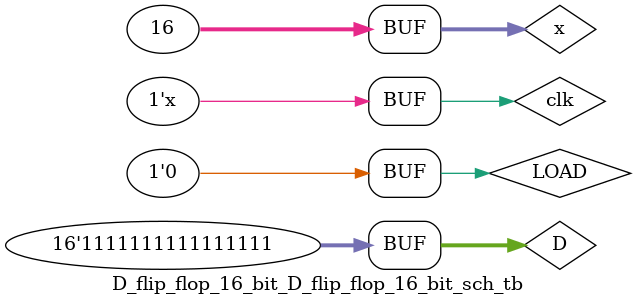
<source format=v>

`timescale 1ns / 1ps

module D_flip_flop_16_bit_D_flip_flop_16_bit_sch_tb();

// Inputs
   reg LOAD;
   reg [15:0] D;
   reg clk;

// Output
   wire [15:0] Q;
	integer x;
// Bidirs

// Instantiate the UUT
   D_flip_flop_16_bit UUT (
		.LOAD(LOAD), 
		.D(D), 
		.Q(Q), 
		.clk(clk)
   );
// Initialize Inputs
   always
		#5 clk = ~clk;
	initial begin
		clk = 0;
		x = 0;
		D[15:0] = 0;
		LOAD = 1;
		for(x=0;x<16;x=x+1)begin
			D[x] <= 1;
			#10;
		end
		LOAD = 0;
		for(x=0;x<16;x=x+1)begin
			D[x] <= 1;
			#10;
		end
	end
endmodule

</source>
